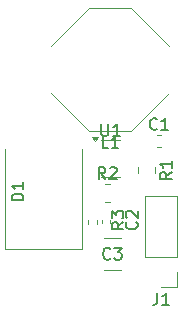
<source format=gbr>
%TF.GenerationSoftware,KiCad,Pcbnew,8.0.4*%
%TF.CreationDate,2024-12-02T13:52:30-05:00*%
%TF.ProjectId,13vconvertertest,31337663-6f6e-4766-9572-746572746573,rev?*%
%TF.SameCoordinates,Original*%
%TF.FileFunction,Legend,Top*%
%TF.FilePolarity,Positive*%
%FSLAX46Y46*%
G04 Gerber Fmt 4.6, Leading zero omitted, Abs format (unit mm)*
G04 Created by KiCad (PCBNEW 8.0.4) date 2024-12-02 13:52:30*
%MOMM*%
%LPD*%
G01*
G04 APERTURE LIST*
%ADD10C,0.150000*%
%ADD11C,0.120000*%
G04 APERTURE END LIST*
D10*
X92133333Y-36534819D02*
X91657143Y-36534819D01*
X91657143Y-36534819D02*
X91657143Y-35534819D01*
X92990476Y-36534819D02*
X92419048Y-36534819D01*
X92704762Y-36534819D02*
X92704762Y-35534819D01*
X92704762Y-35534819D02*
X92609524Y-35677676D01*
X92609524Y-35677676D02*
X92514286Y-35772914D01*
X92514286Y-35772914D02*
X92419048Y-35820533D01*
X92323333Y-45879580D02*
X92275714Y-45927200D01*
X92275714Y-45927200D02*
X92132857Y-45974819D01*
X92132857Y-45974819D02*
X92037619Y-45974819D01*
X92037619Y-45974819D02*
X91894762Y-45927200D01*
X91894762Y-45927200D02*
X91799524Y-45831961D01*
X91799524Y-45831961D02*
X91751905Y-45736723D01*
X91751905Y-45736723D02*
X91704286Y-45546247D01*
X91704286Y-45546247D02*
X91704286Y-45403390D01*
X91704286Y-45403390D02*
X91751905Y-45212914D01*
X91751905Y-45212914D02*
X91799524Y-45117676D01*
X91799524Y-45117676D02*
X91894762Y-45022438D01*
X91894762Y-45022438D02*
X92037619Y-44974819D01*
X92037619Y-44974819D02*
X92132857Y-44974819D01*
X92132857Y-44974819D02*
X92275714Y-45022438D01*
X92275714Y-45022438D02*
X92323333Y-45070057D01*
X92656667Y-44974819D02*
X93275714Y-44974819D01*
X93275714Y-44974819D02*
X92942381Y-45355771D01*
X92942381Y-45355771D02*
X93085238Y-45355771D01*
X93085238Y-45355771D02*
X93180476Y-45403390D01*
X93180476Y-45403390D02*
X93228095Y-45451009D01*
X93228095Y-45451009D02*
X93275714Y-45546247D01*
X93275714Y-45546247D02*
X93275714Y-45784342D01*
X93275714Y-45784342D02*
X93228095Y-45879580D01*
X93228095Y-45879580D02*
X93180476Y-45927200D01*
X93180476Y-45927200D02*
X93085238Y-45974819D01*
X93085238Y-45974819D02*
X92799524Y-45974819D01*
X92799524Y-45974819D02*
X92704286Y-45927200D01*
X92704286Y-45927200D02*
X92656667Y-45879580D01*
X84954819Y-40968094D02*
X83954819Y-40968094D01*
X83954819Y-40968094D02*
X83954819Y-40729999D01*
X83954819Y-40729999D02*
X84002438Y-40587142D01*
X84002438Y-40587142D02*
X84097676Y-40491904D01*
X84097676Y-40491904D02*
X84192914Y-40444285D01*
X84192914Y-40444285D02*
X84383390Y-40396666D01*
X84383390Y-40396666D02*
X84526247Y-40396666D01*
X84526247Y-40396666D02*
X84716723Y-40444285D01*
X84716723Y-40444285D02*
X84811961Y-40491904D01*
X84811961Y-40491904D02*
X84907200Y-40587142D01*
X84907200Y-40587142D02*
X84954819Y-40729999D01*
X84954819Y-40729999D02*
X84954819Y-40968094D01*
X84954819Y-39444285D02*
X84954819Y-40015713D01*
X84954819Y-39729999D02*
X83954819Y-39729999D01*
X83954819Y-39729999D02*
X84097676Y-39825237D01*
X84097676Y-39825237D02*
X84192914Y-39920475D01*
X84192914Y-39920475D02*
X84240533Y-40015713D01*
X96286666Y-48789819D02*
X96286666Y-49504104D01*
X96286666Y-49504104D02*
X96239047Y-49646961D01*
X96239047Y-49646961D02*
X96143809Y-49742200D01*
X96143809Y-49742200D02*
X96000952Y-49789819D01*
X96000952Y-49789819D02*
X95905714Y-49789819D01*
X97286666Y-49789819D02*
X96715238Y-49789819D01*
X97000952Y-49789819D02*
X97000952Y-48789819D01*
X97000952Y-48789819D02*
X96905714Y-48932676D01*
X96905714Y-48932676D02*
X96810476Y-49027914D01*
X96810476Y-49027914D02*
X96715238Y-49075533D01*
X93424819Y-42806666D02*
X92948628Y-43139999D01*
X93424819Y-43378094D02*
X92424819Y-43378094D01*
X92424819Y-43378094D02*
X92424819Y-42997142D01*
X92424819Y-42997142D02*
X92472438Y-42901904D01*
X92472438Y-42901904D02*
X92520057Y-42854285D01*
X92520057Y-42854285D02*
X92615295Y-42806666D01*
X92615295Y-42806666D02*
X92758152Y-42806666D01*
X92758152Y-42806666D02*
X92853390Y-42854285D01*
X92853390Y-42854285D02*
X92901009Y-42901904D01*
X92901009Y-42901904D02*
X92948628Y-42997142D01*
X92948628Y-42997142D02*
X92948628Y-43378094D01*
X92424819Y-42473332D02*
X92424819Y-41854285D01*
X92424819Y-41854285D02*
X92805771Y-42187618D01*
X92805771Y-42187618D02*
X92805771Y-42044761D01*
X92805771Y-42044761D02*
X92853390Y-41949523D01*
X92853390Y-41949523D02*
X92901009Y-41901904D01*
X92901009Y-41901904D02*
X92996247Y-41854285D01*
X92996247Y-41854285D02*
X93234342Y-41854285D01*
X93234342Y-41854285D02*
X93329580Y-41901904D01*
X93329580Y-41901904D02*
X93377200Y-41949523D01*
X93377200Y-41949523D02*
X93424819Y-42044761D01*
X93424819Y-42044761D02*
X93424819Y-42330475D01*
X93424819Y-42330475D02*
X93377200Y-42425713D01*
X93377200Y-42425713D02*
X93329580Y-42473332D01*
X91550595Y-34504819D02*
X91550595Y-35314342D01*
X91550595Y-35314342D02*
X91598214Y-35409580D01*
X91598214Y-35409580D02*
X91645833Y-35457200D01*
X91645833Y-35457200D02*
X91741071Y-35504819D01*
X91741071Y-35504819D02*
X91931547Y-35504819D01*
X91931547Y-35504819D02*
X92026785Y-35457200D01*
X92026785Y-35457200D02*
X92074404Y-35409580D01*
X92074404Y-35409580D02*
X92122023Y-35314342D01*
X92122023Y-35314342D02*
X92122023Y-34504819D01*
X93122023Y-35504819D02*
X92550595Y-35504819D01*
X92836309Y-35504819D02*
X92836309Y-34504819D01*
X92836309Y-34504819D02*
X92741071Y-34647676D01*
X92741071Y-34647676D02*
X92645833Y-34742914D01*
X92645833Y-34742914D02*
X92550595Y-34790533D01*
X96258333Y-34889580D02*
X96210714Y-34937200D01*
X96210714Y-34937200D02*
X96067857Y-34984819D01*
X96067857Y-34984819D02*
X95972619Y-34984819D01*
X95972619Y-34984819D02*
X95829762Y-34937200D01*
X95829762Y-34937200D02*
X95734524Y-34841961D01*
X95734524Y-34841961D02*
X95686905Y-34746723D01*
X95686905Y-34746723D02*
X95639286Y-34556247D01*
X95639286Y-34556247D02*
X95639286Y-34413390D01*
X95639286Y-34413390D02*
X95686905Y-34222914D01*
X95686905Y-34222914D02*
X95734524Y-34127676D01*
X95734524Y-34127676D02*
X95829762Y-34032438D01*
X95829762Y-34032438D02*
X95972619Y-33984819D01*
X95972619Y-33984819D02*
X96067857Y-33984819D01*
X96067857Y-33984819D02*
X96210714Y-34032438D01*
X96210714Y-34032438D02*
X96258333Y-34080057D01*
X97210714Y-34984819D02*
X96639286Y-34984819D01*
X96925000Y-34984819D02*
X96925000Y-33984819D01*
X96925000Y-33984819D02*
X96829762Y-34127676D01*
X96829762Y-34127676D02*
X96734524Y-34222914D01*
X96734524Y-34222914D02*
X96639286Y-34270533D01*
X91893333Y-39154819D02*
X91560000Y-38678628D01*
X91321905Y-39154819D02*
X91321905Y-38154819D01*
X91321905Y-38154819D02*
X91702857Y-38154819D01*
X91702857Y-38154819D02*
X91798095Y-38202438D01*
X91798095Y-38202438D02*
X91845714Y-38250057D01*
X91845714Y-38250057D02*
X91893333Y-38345295D01*
X91893333Y-38345295D02*
X91893333Y-38488152D01*
X91893333Y-38488152D02*
X91845714Y-38583390D01*
X91845714Y-38583390D02*
X91798095Y-38631009D01*
X91798095Y-38631009D02*
X91702857Y-38678628D01*
X91702857Y-38678628D02*
X91321905Y-38678628D01*
X92274286Y-38250057D02*
X92321905Y-38202438D01*
X92321905Y-38202438D02*
X92417143Y-38154819D01*
X92417143Y-38154819D02*
X92655238Y-38154819D01*
X92655238Y-38154819D02*
X92750476Y-38202438D01*
X92750476Y-38202438D02*
X92798095Y-38250057D01*
X92798095Y-38250057D02*
X92845714Y-38345295D01*
X92845714Y-38345295D02*
X92845714Y-38440533D01*
X92845714Y-38440533D02*
X92798095Y-38583390D01*
X92798095Y-38583390D02*
X92226667Y-39154819D01*
X92226667Y-39154819D02*
X92845714Y-39154819D01*
X94519580Y-42806666D02*
X94567200Y-42854285D01*
X94567200Y-42854285D02*
X94614819Y-42997142D01*
X94614819Y-42997142D02*
X94614819Y-43092380D01*
X94614819Y-43092380D02*
X94567200Y-43235237D01*
X94567200Y-43235237D02*
X94471961Y-43330475D01*
X94471961Y-43330475D02*
X94376723Y-43378094D01*
X94376723Y-43378094D02*
X94186247Y-43425713D01*
X94186247Y-43425713D02*
X94043390Y-43425713D01*
X94043390Y-43425713D02*
X93852914Y-43378094D01*
X93852914Y-43378094D02*
X93757676Y-43330475D01*
X93757676Y-43330475D02*
X93662438Y-43235237D01*
X93662438Y-43235237D02*
X93614819Y-43092380D01*
X93614819Y-43092380D02*
X93614819Y-42997142D01*
X93614819Y-42997142D02*
X93662438Y-42854285D01*
X93662438Y-42854285D02*
X93710057Y-42806666D01*
X93710057Y-42425713D02*
X93662438Y-42378094D01*
X93662438Y-42378094D02*
X93614819Y-42282856D01*
X93614819Y-42282856D02*
X93614819Y-42044761D01*
X93614819Y-42044761D02*
X93662438Y-41949523D01*
X93662438Y-41949523D02*
X93710057Y-41901904D01*
X93710057Y-41901904D02*
X93805295Y-41854285D01*
X93805295Y-41854285D02*
X93900533Y-41854285D01*
X93900533Y-41854285D02*
X94043390Y-41901904D01*
X94043390Y-41901904D02*
X94614819Y-42473332D01*
X94614819Y-42473332D02*
X94614819Y-41854285D01*
X97494819Y-38566666D02*
X97018628Y-38899999D01*
X97494819Y-39138094D02*
X96494819Y-39138094D01*
X96494819Y-39138094D02*
X96494819Y-38757142D01*
X96494819Y-38757142D02*
X96542438Y-38661904D01*
X96542438Y-38661904D02*
X96590057Y-38614285D01*
X96590057Y-38614285D02*
X96685295Y-38566666D01*
X96685295Y-38566666D02*
X96828152Y-38566666D01*
X96828152Y-38566666D02*
X96923390Y-38614285D01*
X96923390Y-38614285D02*
X96971009Y-38661904D01*
X96971009Y-38661904D02*
X97018628Y-38757142D01*
X97018628Y-38757142D02*
X97018628Y-39138094D01*
X97494819Y-37614285D02*
X97494819Y-38185713D01*
X97494819Y-37899999D02*
X96494819Y-37899999D01*
X96494819Y-37899999D02*
X96637676Y-37995237D01*
X96637676Y-37995237D02*
X96732914Y-38090475D01*
X96732914Y-38090475D02*
X96780533Y-38185713D01*
D11*
%TO.C,L1*%
X90500000Y-24680000D02*
X87300000Y-27880000D01*
X90500000Y-24680000D02*
X94100000Y-24680000D01*
X90500000Y-35080000D02*
X87300000Y-31880000D01*
X94100000Y-24680000D02*
X97300000Y-27880000D01*
X94100000Y-35080000D02*
X90500000Y-35080000D01*
X94100000Y-35080000D02*
X97300000Y-31880000D01*
%TO.C,C3*%
X91778748Y-44160000D02*
X93201252Y-44160000D01*
X91778748Y-46880000D02*
X93201252Y-46880000D01*
%TO.C,D1*%
X83400000Y-45120000D02*
X83400000Y-36610000D01*
X89900000Y-45120000D02*
X83400000Y-45120000D01*
X89900000Y-45120000D02*
X89900000Y-36610000D01*
%TO.C,J1*%
X95290000Y-45735000D02*
X95290000Y-40595000D01*
X97950000Y-40595000D02*
X95290000Y-40595000D01*
X97950000Y-45735000D02*
X95290000Y-45735000D01*
X97950000Y-45735000D02*
X97950000Y-40595000D01*
X97950000Y-47005000D02*
X97950000Y-48335000D01*
X97950000Y-48335000D02*
X96620000Y-48335000D01*
%TO.C,R3*%
X90410000Y-42616359D02*
X90410000Y-42923641D01*
X91170000Y-42616359D02*
X91170000Y-42923641D01*
%TO.C,U1*%
X92312500Y-35890000D02*
X91512500Y-35890000D01*
X92312500Y-35890000D02*
X93112500Y-35890000D01*
X92312500Y-39010000D02*
X91512500Y-39010000D01*
X92312500Y-39010000D02*
X93112500Y-39010000D01*
X91012500Y-35940000D02*
X90772500Y-35610000D01*
X91252500Y-35610000D01*
X91012500Y-35940000D01*
G36*
X91012500Y-35940000D02*
G01*
X90772500Y-35610000D01*
X91252500Y-35610000D01*
X91012500Y-35940000D01*
G37*
%TO.C,C1*%
X96284420Y-35450000D02*
X96565580Y-35450000D01*
X96284420Y-36470000D02*
X96565580Y-36470000D01*
%TO.C,R2*%
X91832936Y-39615000D02*
X92287064Y-39615000D01*
X91832936Y-41085000D02*
X92287064Y-41085000D01*
%TO.C,C2*%
X91580000Y-42642164D02*
X91580000Y-42857836D01*
X92300000Y-42642164D02*
X92300000Y-42857836D01*
%TO.C,R1*%
X94655000Y-38172936D02*
X94655000Y-38627064D01*
X96125000Y-38172936D02*
X96125000Y-38627064D01*
%TD*%
M02*

</source>
